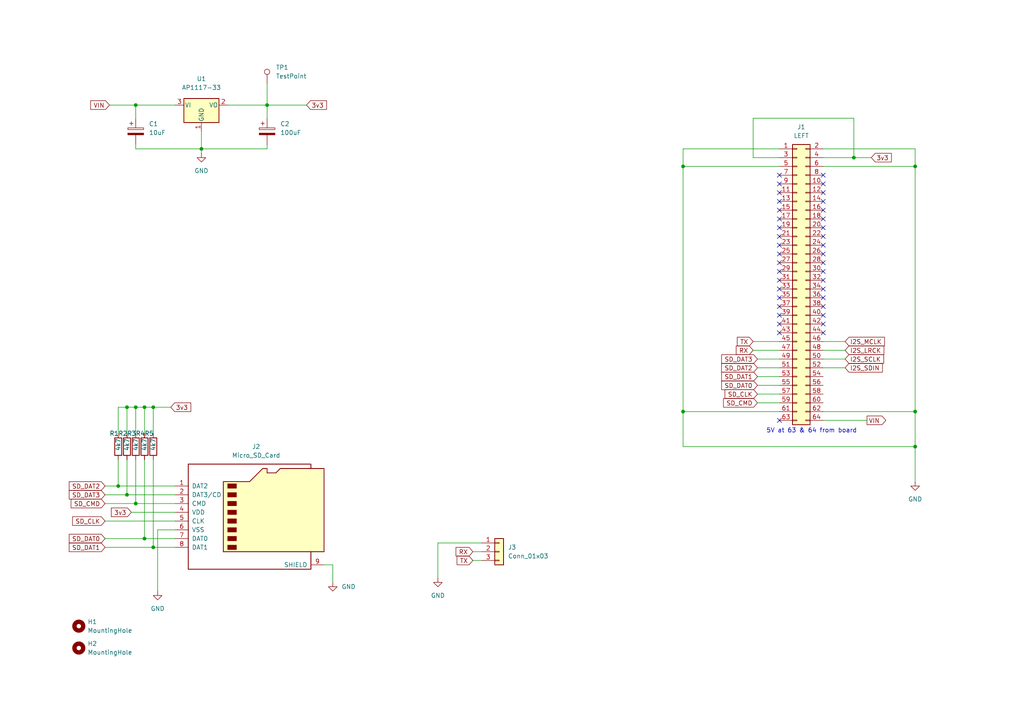
<source format=kicad_sch>
(kicad_sch (version 20211123) (generator eeschema)
  (paper "A4")
  (lib_symbols
    (symbol "2022-04-22_11-49-30:CS4344-CZZ" (pin_names (offset 0.254))
      (property "Reference" "U" (at 35.56 10.16 0))
      (property "Value" "CS4344-CZZ" (at 35.56 7.62 0))
      (symbol "CS4344-CZZ_1_1"
        (polyline (pts (xy 7.112 -7.62) (xy 6.0452 -8.128)) (stroke (width 0.2032)))
        (polyline (pts (xy 7.112 -7.62) (xy 6.0452 -7.112)) (stroke (width 0.2032)))
        (polyline (pts (xy 7.112 -5.08) (xy 6.0452 -5.588)) (stroke (width 0.2032)))
        (polyline (pts (xy 7.112 -5.08) (xy 6.0452 -4.572)) (stroke (width 0.2032)))
        (polyline (pts (xy 7.112 -2.54) (xy 6.0452 -3.048)) (stroke (width 0.2032)))
        (polyline (pts (xy 7.112 -2.54) (xy 6.0452 -2.032)) (stroke (width 0.2032)))
        (polyline (pts (xy 7.112 0) (xy 6.0452 -0.508)) (stroke (width 0.2032)))
        (polyline (pts (xy 7.112 0) (xy 6.0452 0.508)) (stroke (width 0.2032)))
        (polyline (pts (xy 7.62 -17.78) (xy 63.5 -17.78)) (stroke (width 0.2032)))
        (polyline (pts (xy 7.62 5.08) (xy 7.62 -17.78)) (stroke (width 0.2032)))
        (polyline (pts (xy 63.5 -17.78) (xy 63.5 5.08)) (stroke (width 0.2032)))
        (polyline (pts (xy 63.5 5.08) (xy 7.62 5.08)) (stroke (width 0.2032)))
        (polyline (pts (xy 64.008 -13.208) (xy 65.0748 -12.7)) (stroke (width 0.2032)))
        (polyline (pts (xy 64.008 -12.192) (xy 65.0748 -12.7)) (stroke (width 0.2032)))
        (polyline (pts (xy 64.008 -10.668) (xy 65.0748 -10.16)) (stroke (width 0.2032)))
        (polyline (pts (xy 64.008 -9.652) (xy 65.0748 -10.16)) (stroke (width 0.2032)))
        (polyline (pts (xy 64.008 -8.128) (xy 65.0748 -7.62)) (stroke (width 0.2032)))
        (polyline (pts (xy 64.008 -7.112) (xy 65.0748 -7.62)) (stroke (width 0.2032)))
        (polyline (pts (xy 64.008 -0.508) (xy 65.0748 0)) (stroke (width 0.2032)))
        (polyline (pts (xy 64.008 0.508) (xy 65.0748 0)) (stroke (width 0.2032)))
        (pin input line (at 0 0 0) (length 7.62) (name "SDIN") (number "1"))
        (pin output line (at 71.12 0 180) (length 7.62) (name "AOUTR") (number "10"))
        (pin input line (at 0 -2.54 0) (length 7.62) (name "*DEM/SCLK") (number "2"))
        (pin input line (at 0 -5.08 0) (length 7.62) (name "LRCK") (number "3"))
        (pin input line (at 0 -7.62 0) (length 7.62) (name "MCLK") (number "4"))
        (pin output line (at 71.12 -12.7 180) (length 7.62) (name "VQ") (number "5"))
        (pin output line (at 71.12 -10.16 180) (length 7.62) (name "FILT+") (number "6"))
        (pin output line (at 71.12 -7.62 180) (length 7.62) (name "AOUTL") (number "7"))
        (pin power_in line (at 71.12 -5.08 180) (length 7.62) (name "GND") (number "8"))
        (pin power_in line (at 71.12 -2.54 180) (length 7.62) (name "VA") (number "9"))
      )
    )
    (symbol "Connector:Micro_SD_Card" (pin_names (offset 1.016))
      (property "Reference" "J" (at -16.51 15.24 0))
      (property "Value" "Micro_SD_Card" (at 16.51 15.24 0))
      (symbol "Micro_SD_Card_0_1"
        (rectangle (start -7.62 -9.525) (end -5.08 -10.795) (fill (type outline)))
        (rectangle (start -7.62 -6.985) (end -5.08 -8.255) (fill (type outline)))
        (rectangle (start -7.62 -4.445) (end -5.08 -5.715) (fill (type outline)))
        (rectangle (start -7.62 -1.905) (end -5.08 -3.175) (fill (type outline)))
        (rectangle (start -7.62 0.635) (end -5.08 -0.635) (fill (type outline)))
        (rectangle (start -7.62 3.175) (end -5.08 1.905) (fill (type outline)))
        (rectangle (start -7.62 5.715) (end -5.08 4.445) (fill (type outline)))
        (rectangle (start -7.62 8.255) (end -5.08 6.985) (fill (type outline)))
        (polyline (pts (xy 16.51 12.7) (xy 16.51 13.97) (xy -19.05 13.97) (xy -19.05 -16.51) (xy 16.51 -16.51) (xy 16.51 -11.43)) (stroke (width 0.254)))
        (polyline (pts (xy -8.89 -11.43) (xy -8.89 8.89) (xy -1.27 8.89) (xy 2.54 12.7) (xy 3.81 12.7) (xy 3.81 11.43) (xy 6.35 11.43) (xy 7.62 12.7) (xy 20.32 12.7) (xy 20.32 -11.43) (xy -8.89 -11.43)) (stroke (width 0.254)) (fill (type background)))
      )
      (symbol "Micro_SD_Card_1_1"
        (pin bidirectional line (at -22.86 7.62 0) (length 3.81) (name "DAT2") (number "1"))
        (pin bidirectional line (at -22.86 5.08 0) (length 3.81) (name "DAT3/CD") (number "2"))
        (pin input line (at -22.86 2.54 0) (length 3.81) (name "CMD") (number "3"))
        (pin power_in line (at -22.86 0 0) (length 3.81) (name "VDD") (number "4"))
        (pin input line (at -22.86 -2.54 0) (length 3.81) (name "CLK") (number "5"))
        (pin power_in line (at -22.86 -5.08 0) (length 3.81) (name "VSS") (number "6"))
        (pin bidirectional line (at -22.86 -7.62 0) (length 3.81) (name "DAT0") (number "7"))
        (pin bidirectional line (at -22.86 -10.16 0) (length 3.81) (name "DAT1") (number "8"))
        (pin passive line (at 20.32 -15.24 180) (length 3.81) (name "SHIELD") (number "9"))
      )
    )
    (symbol "Connector:TestPoint" (pin_numbers hide) (pin_names (offset 0.762) hide)
      (property "Reference" "TP" (at 0 6.858 0))
      (property "Value" "TestPoint" (at 0 5.08 0))
      (symbol "TestPoint_0_1"
        (circle (center 0 3.302) (radius 0.762))
      )
      (symbol "TestPoint_1_1"
        (pin passive line (at 0 0 90) (length 2.54) (name "1") (number "1"))
      )
    )
    (symbol "Connector_Generic:Conn_01x03" (pin_names (offset 1.016) hide)
      (property "Reference" "J" (at 0 5.08 0))
      (property "Value" "Conn_01x03" (at 0 -5.08 0))
      (symbol "Conn_01x03_1_1"
        (rectangle (start -1.27 -2.413) (end 0 -2.667) (stroke (width 0.1524)))
        (rectangle (start -1.27 0.127) (end 0 -0.127) (stroke (width 0.1524)))
        (rectangle (start -1.27 2.667) (end 0 2.413) (stroke (width 0.1524)))
        (rectangle (start -1.27 3.81) (end 1.27 -3.81) (stroke (width 0.254)) (fill (type background)))
        (pin passive line (at -5.08 2.54 0) (length 3.81) (name "Pin_1") (number "1"))
        (pin passive line (at -5.08 0 0) (length 3.81) (name "Pin_2") (number "2"))
        (pin passive line (at -5.08 -2.54 0) (length 3.81) (name "Pin_3") (number "3"))
      )
    )
    (symbol "Connector_Generic:Conn_02x32_Odd_Even" (pin_names (offset 1.016) hide)
      (property "Reference" "J" (at 1.27 40.64 0))
      (property "Value" "Conn_02x32_Odd_Even" (at 1.27 -43.18 0))
      (symbol "Conn_02x32_Odd_Even_1_1"
        (rectangle (start -1.27 -40.513) (end 0 -40.767) (stroke (width 0.1524)))
        (rectangle (start -1.27 -37.973) (end 0 -38.227) (stroke (width 0.1524)))
        (rectangle (start -1.27 -35.433) (end 0 -35.687) (stroke (width 0.1524)))
        (rectangle (start -1.27 -32.893) (end 0 -33.147) (stroke (width 0.1524)))
        (rectangle (start -1.27 -30.353) (end 0 -30.607) (stroke (width 0.1524)))
        (rectangle (start -1.27 -27.813) (end 0 -28.067) (stroke (width 0.1524)))
        (rectangle (start -1.27 -25.273) (end 0 -25.527) (stroke (width 0.1524)))
        (rectangle (start -1.27 -22.733) (end 0 -22.987) (stroke (width 0.1524)))
        (rectangle (start -1.27 -20.193) (end 0 -20.447) (stroke (width 0.1524)))
        (rectangle (start -1.27 -17.653) (end 0 -17.907) (stroke (width 0.1524)))
        (rectangle (start -1.27 -15.113) (end 0 -15.367) (stroke (width 0.1524)))
        (rectangle (start -1.27 -12.573) (end 0 -12.827) (stroke (width 0.1524)))
        (rectangle (start -1.27 -10.033) (end 0 -10.287) (stroke (width 0.1524)))
        (rectangle (start -1.27 -7.493) (end 0 -7.747) (stroke (width 0.1524)))
        (rectangle (start -1.27 -4.953) (end 0 -5.207) (stroke (width 0.1524)))
        (rectangle (start -1.27 -2.413) (end 0 -2.667) (stroke (width 0.1524)))
        (rectangle (start -1.27 0.127) (end 0 -0.127) (stroke (width 0.1524)))
        (rectangle (start -1.27 2.667) (end 0 2.413) (stroke (width 0.1524)))
        (rectangle (start -1.27 5.207) (end 0 4.953) (stroke (width 0.1524)))
        (rectangle (start -1.27 7.747) (end 0 7.493) (stroke (width 0.1524)))
        (rectangle (start -1.27 10.287) (end 0 10.033) (stroke (width 0.1524)))
        (rectangle (start -1.27 12.827) (end 0 12.573) (stroke (width 0.1524)))
        (rectangle (start -1.27 15.367) (end 0 15.113) (stroke (width 0.1524)))
        (rectangle (start -1.27 17.907) (end 0 17.653) (stroke (width 0.1524)))
        (rectangle (start -1.27 20.447) (end 0 20.193) (stroke (width 0.1524)))
        (rectangle (start -1.27 22.987) (end 0 22.733) (stroke (width 0.1524)))
        (rectangle (start -1.27 25.527) (end 0 25.273) (stroke (width 0.1524)))
        (rectangle (start -1.27 28.067) (end 0 27.813) (stroke (width 0.1524)))
        (rectangle (start -1.27 30.607) (end 0 30.353) (stroke (width 0.1524)))
        (rectangle (start -1.27 33.147) (end 0 32.893) (stroke (width 0.1524)))
        (rectangle (start -1.27 35.687) (end 0 35.433) (stroke (width 0.1524)))
        (rectangle (start -1.27 38.227) (end 0 37.973) (stroke (width 0.1524)))
        (rectangle (start -1.27 39.37) (end 3.81 -41.91) (stroke (width 0.254)) (fill (type background)))
        (rectangle (start 3.81 -40.513) (end 2.54 -40.767) (stroke (width 0.1524)))
        (rectangle (start 3.81 -37.973) (end 2.54 -38.227) (stroke (width 0.1524)))
        (rectangle (start 3.81 -35.433) (end 2.54 -35.687) (stroke (width 0.1524)))
        (rectangle (start 3.81 -32.893) (end 2.54 -33.147) (stroke (width 0.1524)))
        (rectangle (start 3.81 -30.353) (end 2.54 -30.607) (stroke (width 0.1524)))
        (rectangle (start 3.81 -27.813) (end 2.54 -28.067) (stroke (width 0.1524)))
        (rectangle (start 3.81 -25.273) (end 2.54 -25.527) (stroke (width 0.1524)))
        (rectangle (start 3.81 -22.733) (end 2.54 -22.987) (stroke (width 0.1524)))
        (rectangle (start 3.81 -20.193) (end 2.54 -20.447) (stroke (width 0.1524)))
        (rectangle (start 3.81 -17.653) (end 2.54 -17.907) (stroke (width 0.1524)))
        (rectangle (start 3.81 -15.113) (end 2.54 -15.367) (stroke (width 0.1524)))
        (rectangle (start 3.81 -12.573) (end 2.54 -12.827) (stroke (width 0.1524)))
        (rectangle (start 3.81 -10.033) (end 2.54 -10.287) (stroke (width 0.1524)))
        (rectangle (start 3.81 -7.493) (end 2.54 -7.747) (stroke (width 0.1524)))
        (rectangle (start 3.81 -4.953) (end 2.54 -5.207) (stroke (width 0.1524)))
        (rectangle (start 3.81 -2.413) (end 2.54 -2.667) (stroke (width 0.1524)))
        (rectangle (start 3.81 0.127) (end 2.54 -0.127) (stroke (width 0.1524)))
        (rectangle (start 3.81 2.667) (end 2.54 2.413) (stroke (width 0.1524)))
        (rectangle (start 3.81 5.207) (end 2.54 4.953) (stroke (width 0.1524)))
        (rectangle (start 3.81 7.747) (end 2.54 7.493) (stroke (width 0.1524)))
        (rectangle (start 3.81 10.287) (end 2.54 10.033) (stroke (width 0.1524)))
        (rectangle (start 3.81 12.827) (end 2.54 12.573) (stroke (width 0.1524)))
        (rectangle (start 3.81 15.367) (end 2.54 15.113) (stroke (width 0.1524)))
        (rectangle (start 3.81 17.907) (end 2.54 17.653) (stroke (width 0.1524)))
        (rectangle (start 3.81 20.447) (end 2.54 20.193) (stroke (width 0.1524)))
        (rectangle (start 3.81 22.987) (end 2.54 22.733) (stroke (width 0.1524)))
        (rectangle (start 3.81 25.527) (end 2.54 25.273) (stroke (width 0.1524)))
        (rectangle (start 3.81 28.067) (end 2.54 27.813) (stroke (width 0.1524)))
        (rectangle (start 3.81 30.607) (end 2.54 30.353) (stroke (width 0.1524)))
        (rectangle (start 3.81 33.147) (end 2.54 32.893) (stroke (width 0.1524)))
        (rectangle (start 3.81 35.687) (end 2.54 35.433) (stroke (width 0.1524)))
        (rectangle (start 3.81 38.227) (end 2.54 37.973) (stroke (width 0.1524)))
        (pin passive line (at -5.08 38.1 0) (length 3.81) (name "Pin_1") (number "1"))
        (pin passive line (at 7.62 27.94 180) (length 3.81) (name "Pin_10") (number "10"))
        (pin passive line (at -5.08 25.4 0) (length 3.81) (name "Pin_11") (number "11"))
        (pin passive line (at 7.62 25.4 180) (length 3.81) (name "Pin_12") (number "12"))
        (pin passive line (at -5.08 22.86 0) (length 3.81) (name "Pin_13") (number "13"))
        (pin passive line (at 7.62 22.86 180) (length 3.81) (name "Pin_14") (number "14"))
        (pin passive line (at -5.08 20.32 0) (length 3.81) (name "Pin_15") (number "15"))
        (pin passive line (at 7.62 20.32 180) (length 3.81) (name "Pin_16") (number "16"))
        (pin passive line (at -5.08 17.78 0) (length 3.81) (name "Pin_17") (number "17"))
        (pin passive line (at 7.62 17.78 180) (length 3.81) (name "Pin_18") (number "18"))
        (pin passive line (at -5.08 15.24 0) (length 3.81) (name "Pin_19") (number "19"))
        (pin passive line (at 7.62 38.1 180) (length 3.81) (name "Pin_2") (number "2"))
        (pin passive line (at 7.62 15.24 180) (length 3.81) (name "Pin_20") (number "20"))
        (pin passive line (at -5.08 12.7 0) (length 3.81) (name "Pin_21") (number "21"))
        (pin passive line (at 7.62 12.7 180) (length 3.81) (name "Pin_22") (number "22"))
        (pin passive line (at -5.08 10.16 0) (length 3.81) (name "Pin_23") (number "23"))
        (pin passive line (at 7.62 10.16 180) (length 3.81) (name "Pin_24") (number "24"))
        (pin passive line (at -5.08 7.62 0) (length 3.81) (name "Pin_25") (number "25"))
        (pin passive line (at 7.62 7.62 180) (length 3.81) (name "Pin_26") (number "26"))
        (pin passive line (at -5.08 5.08 0) (length 3.81) (name "Pin_27") (number "27"))
        (pin passive line (at 7.62 5.08 180) (length 3.81) (name "Pin_28") (number "28"))
        (pin passive line (at -5.08 2.54 0) (length 3.81) (name "Pin_29") (number "29"))
        (pin passive line (at -5.08 35.56 0) (length 3.81) (name "Pin_3") (number "3"))
        (pin passive line (at 7.62 2.54 180) (length 3.81) (name "Pin_30") (number "30"))
        (pin passive line (at -5.08 0 0) (length 3.81) (name "Pin_31") (number "31"))
        (pin passive line (at 7.62 0 180) (length 3.81) (name "Pin_32") (number "32"))
        (pin passive line (at -5.08 -2.54 0) (length 3.81) (name "Pin_33") (number "33"))
        (pin passive line (at 7.62 -2.54 180) (length 3.81) (name "Pin_34") (number "34"))
        (pin passive line (at -5.08 -5.08 0) (length 3.81) (name "Pin_35") (number "35"))
        (pin passive line (at 7.62 -5.08 180) (length 3.81) (name "Pin_36") (number "36"))
        (pin passive line (at -5.08 -7.62 0) (length 3.81) (name "Pin_37") (number "37"))
        (pin passive line (at 7.62 -7.62 180) (length 3.81) (name "Pin_38") (number "38"))
        (pin passive line (at -5.08 -10.16 0) (length 3.81) (name "Pin_39") (number "39"))
        (pin passive line (at 7.62 35.56 180) (length 3.81) (name "Pin_4") (number "4"))
        (pin passive line (at 7.62 -10.16 180) (length 3.81) (name "Pin_40") (number "40"))
        (pin passive line (at -5.08 -12.7 0) (length 3.81) (name "Pin_41") (number "41"))
        (pin passive line (at 7.62 -12.7 180) (length 3.81) (name "Pin_42") (number "42"))
        (pin passive line (at -5.08 -15.24 0) (length 3.81) (name "Pin_43") (number "43"))
        (pin passive line (at 7.62 -15.24 180) (length 3.81) (name "Pin_44") (number "44"))
        (pin passive line (at -5.08 -17.78 0) (length 3.81) (name "Pin_45") (number "45"))
        (pin passive line (at 7.62 -17.78 180) (length 3.81) (name "Pin_46") (number "46"))
        (pin passive line (at -5.08 -20.32 0) (length 3.81) (name "Pin_47") (number "47"))
        (pin passive line (at 7.62 -20.32 180) (length 3.81) (name "Pin_48") (number "48"))
        (pin passive line (at -5.08 -22.86 0) (length 3.81) (name "Pin_49") (number "49"))
        (pin passive line (at -5.08 33.02 0) (length 3.81) (name "Pin_5") (number "5"))
        (pin passive line (at 7.62 -22.86 180) (length 3.81) (name "Pin_50") (number "50"))
        (pin passive line (at -5.08 -25.4 0) (length 3.81) (name "Pin_51") (number "51"))
        (pin passive line (at 7.62 -25.4 180) (length 3.81) (name "Pin_52") (number "52"))
        (pin passive line (at -5.08 -27.94 0) (length 3.81) (name "Pin_53") (number "53"))
        (pin passive line (at 7.62 -27.94 180) (length 3.81) (name "Pin_54") (number "54"))
        (pin passive line (at -5.08 -30.48 0) (length 3.81) (name "Pin_55") (number "55"))
        (pin passive line (at 7.62 -30.48 180) (length 3.81) (name "Pin_56") (number "56"))
        (pin passive line (at -5.08 -33.02 0) (length 3.81) (name "Pin_57") (number "57"))
        (pin passive line (at 7.62 -33.02 180) (length 3.81) (name "Pin_58") (number "58"))
        (pin passive line (at -5.08 -35.56 0) (length 3.81) (name "Pin_59") (number "59"))
        (pin passive line (at 7.62 33.02 180) (length 3.81) (name "Pin_6") (number "6"))
        (pin passive line (at 7.62 -35.56 180) (length 3.81) (name "Pin_60") (number "60"))
        (pin passive line (at -5.08 -38.1 0) (length 3.81) (name "Pin_61") (number "61"))
        (pin passive line (at 7.62 -38.1 180) (length 3.81) (name "Pin_62") (number "62"))
        (pin passive line (at -5.08 -40.64 0) (length 3.81) (name "Pin_63") (number "63"))
        (pin passive line (at 7.62 -40.64 180) (length 3.81) (name "Pin_64") (number "64"))
        (pin passive line (at -5.08 30.48 0) (length 3.81) (name "Pin_7") (number "7"))
        (pin passive line (at 7.62 30.48 180) (length 3.81) (name "Pin_8") (number "8"))
        (pin passive line (at -5.08 27.94 0) (length 3.81) (name "Pin_9") (number "9"))
      )
    )
    (symbol "Device:C_Polarized" (pin_numbers hide) (pin_names (offset 0.254))
      (property "Reference" "C" (at 0.635 2.54 0))
      (property "Value" "C_Polarized" (at 0.635 -2.54 0))
      (symbol "C_Polarized_0_1"
        (rectangle (start -2.286 0.508) (end 2.286 1.016))
        (polyline (pts (xy -1.778 2.286) (xy -0.762 2.286)))
        (polyline (pts (xy -1.27 2.794) (xy -1.27 1.778)))
        (rectangle (start 2.286 -0.508) (end -2.286 -1.016) (fill (type outline)))
      )
      (symbol "C_Polarized_1_1"
        (pin passive line (at 0 3.81 270) (length 2.794) (name "~") (number "1"))
        (pin passive line (at 0 -3.81 90) (length 2.794) (name "~") (number "2"))
      )
    )
    (symbol "Device:R" (pin_numbers hide) (pin_names (offset 0))
      (property "Reference" "R" (at 2.032 0 90))
      (property "Value" "R" (at 0 0 90))
      (symbol "R_0_1"
        (rectangle (start -1.016 -2.54) (end 1.016 2.54) (stroke (width 0.254)))
      )
      (symbol "R_1_1"
        (pin passive line (at 0 3.81 270) (length 1.27) (name "~") (number "1"))
        (pin passive line (at 0 -3.81 90) (length 1.27) (name "~") (number "2"))
      )
    )
    (symbol "Mechanical:MountingHole" (pin_names (offset 1.016))
      (property "Reference" "H" (at 0 5.08 0))
      (property "Value" "MountingHole" (at 0 3.175 0))
      (symbol "MountingHole_0_1"
        (circle (center 0 0) (radius 1.27) (stroke (width 1.27)))
      )
    )
    (symbol "Regulator_Linear:AP1117-33" (pin_names (offset 0.254))
      (property "Reference" "U" (at -3.81 3.175 0))
      (property "Value" "AP1117-33" (at 0 3.175 0))
      (symbol "AP1117-33_0_1"
        (rectangle (start -5.08 -5.08) (end 5.08 1.905) (stroke (width 0.254)) (fill (type background)))
      )
      (symbol "AP1117-33_1_1"
        (pin power_in line (at 0 -7.62 90) (length 2.54) (name "GND") (number "1"))
        (pin power_out line (at 7.62 0 180) (length 2.54) (name "VO") (number "2"))
        (pin power_in line (at -7.62 0 0) (length 2.54) (name "VI") (number "3"))
      )
    )
    (symbol "power:GND" (power) (pin_names (offset 0))
      (property "Value" "GND" (at 0 -3.81 0))
      (symbol "GND_0_1"
        (polyline (pts (xy 0 0) (xy 0 -1.27) (xy 1.27 -1.27) (xy 0 -2.54) (xy -1.27 -1.27) (xy 0 -1.27)))
      )
      (symbol "GND_1_1"
        (pin power_in line (at 0 0 270) (length 0) hide (name "GND") (number "1"))
      )
    )
    (symbol "pspice:C" (pin_names (offset 0.254))
      (property "Reference" "C" (at 2.54 3.81 90))
      (property "Value" "C" (at 2.54 -3.81 90))
      (symbol "C_0_1"
        (polyline (pts (xy -3.81 -1.27) (xy 3.81 -1.27)))
        (polyline (pts (xy -3.81 1.27) (xy 3.81 1.27)))
      )
      (symbol "C_1_1"
        (pin passive line (at 0 6.35 270) (length 5.08) (name "~") (number "1"))
        (pin passive line (at 0 -6.35 90) (length 5.08) (name "~") (number "2"))
      )
    )
  )
  (junction (at 39.37 30.48))
  (junction (at 77.47 30.48))
  (junction (at 36.83 118.11))
  (junction (at 39.37 118.11))
  (junction (at 198.12 119.38))
  (junction (at 41.91 118.11))
  (junction (at 36.83 143.51))
  (junction (at 198.12 48.26))
  (junction (at 247.65 45.72))
  (junction (at 265.43 129.54))
  (junction (at 44.45 158.75))
  (junction (at 265.43 48.26))
  (junction (at -114.3 151.13))
  (junction (at -114.3 128.27))
  (junction (at 34.29 140.97))
  (junction (at -114.3 194.31))
  (junction (at 58.42 43.18))
  (junction (at 41.91 156.21))
  (junction (at -64.77 40.64))
  (junction (at 44.45 118.11))
  (junction (at -87.63 128.27))
  (junction (at 265.43 119.38))
  (junction (at 39.37 146.05))
  (junction (at -64.77 59.69))
  (junction (at -114.3 171.45))
  (junction (at -87.63 171.45))
  (no_connect (at 226.06 121.92))
  (no_connect (at 238.76 53.34))
  (no_connect (at 226.06 66.04))
  (no_connect (at 226.06 60.96))
  (no_connect (at 226.06 68.58))
  (no_connect (at 226.06 55.88))
  (no_connect (at 226.06 63.5))
  (no_connect (at 226.06 58.42))
  (no_connect (at 238.76 55.88))
  (no_connect (at 226.06 50.8))
  (no_connect (at 238.76 60.96))
  (no_connect (at 226.06 53.34))
  (no_connect (at 238.76 50.8))
  (no_connect (at 238.76 58.42))
  (no_connect (at 238.76 73.66))
  (no_connect (at 238.76 63.5))
  (no_connect (at 238.76 68.58))
  (no_connect (at 238.76 66.04))
  (no_connect (at 238.76 71.12))
  (no_connect (at 238.76 81.28))
  (no_connect (at 238.76 93.98))
  (no_connect (at 238.76 83.82))
  (no_connect (at 238.76 88.9))
  (no_connect (at 238.76 91.44))
  (no_connect (at 238.76 86.36))
  (no_connect (at 226.06 91.44))
  (no_connect (at 226.06 78.74))
  (no_connect (at 238.76 78.74))
  (no_connect (at 226.06 81.28))
  (no_connect (at 226.06 83.82))
  (no_connect (at 226.06 96.52))
  (no_connect (at 226.06 86.36))
  (no_connect (at 238.76 96.52))
  (no_connect (at 226.06 88.9))
  (no_connect (at 226.06 93.98))
  (no_connect (at 238.76 76.2))
  (no_connect (at 226.06 76.2))
  (no_connect (at 226.06 71.12))
  (no_connect (at 226.06 73.66))
  (wire (pts (xy 198.12 119.38) (xy 198.12 129.54)))
  (wire (pts (xy 226.06 45.72) (xy 218.44 45.72)))
  (wire (pts (xy 58.42 38.1) (xy 58.42 43.18)))
  (wire (pts (xy 238.76 119.38) (xy 265.43 119.38)))
  (wire (pts (xy 137.16 160.02) (xy 139.7 160.02)))
  (wire (pts (xy -67.31 21.59) (xy -59.69 21.59)))
  (wire (pts (xy -48.26 44.45) (xy -48.26 40.64)))
  (wire (pts (xy 198.12 43.18) (xy 198.12 48.26)))
  (wire (pts (xy -114.3 151.13) (xy -114.3 142.24)))
  (wire (pts (xy -64.77 40.64) (xy -48.26 40.64)))
  (wire (pts (xy -114.3 194.31) (xy -114.3 199.39)))
  (wire (pts (xy 218.44 101.6) (xy 226.06 101.6)))
  (wire (pts (xy 127 157.48) (xy 139.7 157.48)))
  (wire (pts (xy -87.63 171.45) (xy -63.5 171.45)))
  (wire (pts (xy 198.12 129.54) (xy 265.43 129.54)))
  (wire (pts (xy 238.76 99.06) (xy 245.11 99.06)))
  (wire (pts (xy 198.12 43.18) (xy 226.06 43.18)))
  (wire (pts (xy -68.58 152.4) (xy -68.58 157.48)))
  (wire (pts (xy 41.91 118.11) (xy 41.91 125.73)))
  (wire (pts (xy 198.12 48.26) (xy 198.12 119.38)))
  (wire (pts (xy 198.12 119.38) (xy 226.06 119.38)))
  (wire (pts (xy -48.26 59.69) (xy -64.77 59.69)))
  (wire (pts (xy 218.44 34.29) (xy 247.65 34.29)))
  (wire (pts (xy 58.42 43.18) (xy 58.42 44.45)))
  (wire (pts (xy 44.45 133.35) (xy 44.45 158.75)))
  (wire (pts (xy 41.91 156.21) (xy 50.8 156.21)))
  (wire (pts (xy -48.26 57.15) (xy -48.26 59.69)))
  (wire (pts (xy -87.63 146.05) (xy -87.63 151.13)))
  (wire (pts (xy -114.3 171.45) (xy -106.68 171.45)))
  (wire (pts (xy 34.29 118.11) (xy 34.29 125.73)))
  (wire (pts (xy 34.29 140.97) (xy 50.8 140.97)))
  (wire (pts (xy 265.43 129.54) (xy 265.43 139.7)))
  (wire (pts (xy 30.48 156.21) (xy 41.91 156.21)))
  (wire (pts (xy -67.31 29.21) (xy -36.83 29.21)))
  (wire (pts (xy -114.3 171.45) (xy -114.3 177.8)))
  (wire (pts (xy 96.52 163.83) (xy 96.52 168.91)))
  (wire (pts (xy 137.16 162.56) (xy 139.7 162.56)))
  (wire (pts (xy -87.63 176.53) (xy -87.63 171.45)))
  (wire (pts (xy -64.77 31.75) (xy -64.77 40.64)))
  (wire (pts (xy -87.63 128.27) (xy -63.5 128.27)))
  (wire (pts (xy 41.91 133.35) (xy 41.91 156.21)))
  (wire (pts (xy -67.31 31.75) (xy -64.77 31.75)))
  (wire (pts (xy 34.29 133.35) (xy 34.29 140.97)))
  (wire (pts (xy 218.44 99.06) (xy 226.06 99.06)))
  (wire (pts (xy -87.63 171.45) (xy -99.06 171.45)))
  (wire (pts (xy -143.51 171.45) (xy -132.08 171.45)))
  (wire (pts (xy 45.72 171.45) (xy 45.72 153.67)))
  (wire (pts (xy -119.38 128.27) (xy -114.3 128.27)))
  (wire (pts (xy 38.1 148.59) (xy 50.8 148.59)))
  (wire (pts (xy 39.37 146.05) (xy 50.8 146.05)))
  (wire (pts (xy 127 157.48) (xy 127 167.64)))
  (wire (pts (xy 39.37 43.18) (xy 58.42 43.18)))
  (wire (pts (xy -64.77 59.69) (xy -64.77 63.5)))
  (wire (pts (xy -49.53 152.4) (xy -68.58 152.4)))
  (wire (pts (xy 44.45 118.11) (xy 44.45 125.73)))
  (wire (pts (xy 45.72 153.67) (xy 50.8 153.67)))
  (wire (pts (xy 44.45 158.75) (xy 50.8 158.75)))
  (wire (pts (xy -49.53 149.86) (xy -63.5 149.86)))
  (wire (pts (xy 30.48 146.05) (xy 39.37 146.05)))
  (wire (pts (xy 30.48 151.13) (xy 50.8 151.13)))
  (wire (pts (xy 238.76 104.14) (xy 245.11 104.14)))
  (wire (pts (xy 219.71 106.68) (xy 226.06 106.68)))
  (wire (pts (xy 39.37 118.11) (xy 39.37 125.73)))
  (wire (pts (xy 31.75 30.48) (xy 39.37 30.48)))
  (wire (pts (xy 238.76 45.72) (xy 247.65 45.72)))
  (wire (pts (xy -36.83 29.21) (xy -36.83 35.56)))
  (wire (pts (xy 238.76 48.26) (xy 265.43 48.26)))
  (wire (pts (xy -147.32 24.13) (xy -138.43 24.13)))
  (wire (pts (xy 39.37 133.35) (xy 39.37 146.05)))
  (wire (pts (xy -67.31 26.67) (xy -59.69 26.67)))
  (wire (pts (xy -147.32 19.05) (xy -138.43 19.05)))
  (wire (pts (xy -63.5 154.94) (xy -63.5 171.45)))
  (wire (pts (xy -114.3 151.13) (xy -114.3 156.21)))
  (wire (pts (xy 238.76 106.68) (xy 245.11 106.68)))
  (wire (pts (xy 238.76 101.6) (xy 245.11 101.6)))
  (wire (pts (xy 247.65 45.72) (xy 252.73 45.72)))
  (wire (pts (xy 265.43 129.54) (xy 265.43 119.38)))
  (wire (pts (xy -87.63 151.13) (xy -114.3 151.13)))
  (wire (pts (xy 36.83 143.51) (xy 50.8 143.51)))
  (wire (pts (xy 77.47 43.18) (xy 58.42 43.18)))
  (wire (pts (xy -114.3 194.31) (xy -114.3 185.42)))
  (wire (pts (xy -87.63 189.23) (xy -87.63 194.31)))
  (wire (pts (xy 39.37 30.48) (xy 39.37 34.29)))
  (wire (pts (xy -87.63 194.31) (xy -114.3 194.31)))
  (wire (pts (xy -64.77 40.64) (xy -64.77 44.45)))
  (wire (pts (xy 39.37 30.48) (xy 50.8 30.48)))
  (wire (pts (xy 36.83 118.11) (xy 36.83 125.73)))
  (wire (pts (xy 77.47 30.48) (xy 88.9 30.48)))
  (wire (pts (xy 238.76 121.92) (xy 251.46 121.92)))
  (wire (pts (xy 219.71 111.76) (xy 226.06 111.76)))
  (wire (pts (xy -114.3 128.27) (xy -106.68 128.27)))
  (wire (pts (xy 39.37 41.91) (xy 39.37 43.18)))
  (wire (pts (xy 247.65 34.29) (xy 247.65 45.72)))
  (wire (pts (xy 219.71 109.22) (xy 226.06 109.22)))
  (wire (pts (xy 36.83 118.11) (xy 34.29 118.11)))
  (wire (pts (xy -147.32 26.67) (xy -138.43 26.67)))
  (wire (pts (xy 218.44 45.72) (xy 218.44 34.29)))
  (wire (pts (xy -63.5 149.86) (xy -63.5 128.27)))
  (wire (pts (xy 36.83 133.35) (xy 36.83 143.51)))
  (wire (pts (xy -87.63 133.35) (xy -87.63 128.27)))
  (wire (pts (xy -67.31 24.13) (xy -27.94 24.13)))
  (wire (pts (xy 77.47 30.48) (xy 77.47 34.29)))
  (wire (pts (xy 93.98 163.83) (xy 96.52 163.83)))
  (wire (pts (xy -67.31 19.05) (xy -59.69 19.05)))
  (wire (pts (xy 265.43 43.18) (xy 265.43 48.26)))
  (wire (pts (xy 30.48 143.51) (xy 36.83 143.51)))
  (wire (pts (xy 30.48 140.97) (xy 34.29 140.97)))
  (wire (pts (xy -64.77 57.15) (xy -64.77 59.69)))
  (wire (pts (xy 219.71 114.3) (xy 226.06 114.3)))
  (wire (pts (xy 265.43 48.26) (xy 265.43 119.38)))
  (wire (pts (xy -49.53 154.94) (xy -63.5 154.94)))
  (wire (pts (xy -114.3 128.27) (xy -114.3 134.62)))
  (wire (pts (xy 238.76 43.18) (xy 265.43 43.18)))
  (wire (pts (xy 30.48 158.75) (xy 44.45 158.75)))
  (wire (pts (xy -87.63 128.27) (xy -99.06 128.27)))
  (wire (pts (xy 39.37 118.11) (xy 36.83 118.11)))
  (wire (pts (xy -27.94 24.13) (xy -27.94 25.4)))
  (wire (pts (xy 41.91 118.11) (xy 39.37 118.11)))
  (wire (pts (xy 49.53 118.11) (xy 44.45 118.11)))
  (wire (pts (xy -147.32 21.59) (xy -138.43 21.59)))
  (wire (pts (xy -143.51 128.27) (xy -132.08 128.27)))
  (wire (pts (xy 44.45 118.11) (xy 41.91 118.11)))
  (wire (pts (xy 77.47 24.13) (xy 77.47 30.48)))
  (wire (pts (xy 77.47 41.91) (xy 77.47 43.18)))
  (wire (pts (xy 219.71 104.14) (xy 226.06 104.14)))
  (wire (pts (xy 198.12 48.26) (xy 226.06 48.26)))
  (wire (pts (xy -36.83 48.26) (xy -36.83 54.61)))
  (wire (pts (xy 219.71 116.84) (xy 226.06 116.84)))
  (wire (pts (xy 66.04 30.48) (xy 77.47 30.48)))
  (wire (pts (xy -119.38 171.45) (xy -114.3 171.45)))
  (text "5V at 63 & 64 from board" (at 222.25 125.73 0) (effects (font (size 1.27 1.27)) (justify left bottom)))
  (global_label "AOUTL" (shape input) (at -143.51 171.45 180) (property "Intersheet References" "${INTERSHEET_REFS}" (effects hide)))
  (global_label "SD_DAT0" (shape input) (at 30.48 156.21 180) (property "Intersheet References" "${INTERSHEET_REFS}" (effects hide)))
  (global_label "RX" (shape input) (at 218.44 101.6 180) (property "Intersheet References" "${INTERSHEET_REFS}" (effects hide)))
  (global_label "I2S_MCLK" (shape input) (at -147.32 26.67 180) (property "Intersheet References" "${INTERSHEET_REFS}" (effects hide)))
  (global_label "SD_CMD" (shape input) (at 30.48 146.05 180) (property "Intersheet References" "${INTERSHEET_REFS}" (effects hide)))
  (global_label "SD_DAT2" (shape input) (at 219.71 106.68 180) (property "Intersheet References" "${INTERSHEET_REFS}" (effects hide)))
  (global_label "SD_DAT2" (shape input) (at 30.48 140.97 180) (property "Intersheet References" "${INTERSHEET_REFS}" (effects hide)))
  (global_label "I2S_SCLK" (shape input) (at -147.32 21.59 180) (property "Intersheet References" "${INTERSHEET_REFS}" (effects hide)))
  (global_label "3v3" (shape input) (at 88.9 30.48 0) (property "Intersheet References" "${INTERSHEET_REFS}" (effects hide)))
  (global_label "3v3" (shape input) (at -59.69 21.59 0) (property "Intersheet References" "${INTERSHEET_REFS}" (effects hide)))
  (global_label "SD_DAT3" (shape input) (at 219.71 104.14 180) (property "Intersheet References" "${INTERSHEET_REFS}" (effects hide)))
  (global_label "SD_DAT1" (shape input) (at 219.71 109.22 180) (property "Intersheet References" "${INTERSHEET_REFS}" (effects hide)))
  (global_label "I2S_LRCK" (shape input) (at 245.11 101.6 0) (property "Intersheet References" "${INTERSHEET_REFS}" (effects hide)))
  (global_label "TX" (shape input) (at 137.16 162.56 180) (property "Intersheet References" "${INTERSHEET_REFS}" (effects hide)))
  (global_label "I2S_SCLK" (shape input) (at 245.11 104.14 0) (property "Intersheet References" "${INTERSHEET_REFS}" (effects hide)))
  (global_label "AOUTR" (shape input) (at -143.51 128.27 180) (property "Intersheet References" "${INTERSHEET_REFS}" (effects hide)))
  (global_label "I2S_LRCK" (shape input) (at -147.32 24.13 180) (property "Intersheet References" "${INTERSHEET_REFS}" (effects hide)))
  (global_label "I2S_SDIN" (shape input) (at -147.32 19.05 180) (property "Intersheet References" "${INTERSHEET_REFS}" (effects hide)))
  (global_label "SD_CLK" (shape input) (at 219.71 114.3 180) (property "Intersheet References" "${INTERSHEET_REFS}" (effects hide)))
  (global_label "AOUTL" (shape input) (at -59.69 26.67 0) (property "Intersheet References" "${INTERSHEET_REFS}" (effects hide)))
  (global_label "VIN" (shape output) (at 251.46 121.92 0) (property "Intersheet References" "${INTERSHEET_REFS}" (effects hide)))
  (global_label "3v3" (shape input) (at 252.73 45.72 0) (property "Intersheet References" "${INTERSHEET_REFS}" (effects hide)))
  (global_label "SD_CMD" (shape input) (at 219.71 116.84 180) (property "Intersheet References" "${INTERSHEET_REFS}" (effects hide)))
  (global_label "SD_DAT0" (shape input) (at 219.71 111.76 180) (property "Intersheet References" "${INTERSHEET_REFS}" (effects hide)))
  (global_label "3v3" (shape input) (at 49.53 118.11 0) (property "Intersheet References" "${INTERSHEET_REFS}" (effects hide)))
  (global_label "SD_CLK" (shape input) (at 30.48 151.13 180) (property "Intersheet References" "${INTERSHEET_REFS}" (effects hide)))
  (global_label "TX" (shape input) (at 218.44 99.06 180) (property "Intersheet References" "${INTERSHEET_REFS}" (effects hide)))
  (global_label "VIN" (shape input) (at 31.75 30.48 180) (property "Intersheet References" "${INTERSHEET_REFS}" (effects hide)))
  (global_label "SD_DAT1" (shape input) (at 30.48 158.75 180) (property "Intersheet References" "${INTERSHEET_REFS}" (effects hide)))
  (global_label "SD_DAT3" (shape input) (at 30.48 143.51 180) (property "Intersheet References" "${INTERSHEET_REFS}" (effects hide)))
  (global_label "I2S_SDIN" (shape input) (at 245.11 106.68 0) (property "Intersheet References" "${INTERSHEET_REFS}" (effects hide)))
  (global_label "AOUTR" (shape input) (at -59.69 19.05 0) (property "Intersheet References" "${INTERSHEET_REFS}" (effects hide)))
  (global_label "3v3" (shape input) (at 38.1 148.59 180) (property "Intersheet References" "${INTERSHEET_REFS}" (effects hide)))
  (global_label "RX" (shape input) (at 137.16 160.02 180) (property "Intersheet References" "${INTERSHEET_REFS}" (effects hide)))
  (global_label "I2S_MCLK" (shape input) (at 245.11 99.06 0) (property "Intersheet References" "${INTERSHEET_REFS}" (effects hide)))
  (symbol (lib_id "pspice:C") (at -36.83 41.91 0) (unit 1)
    (property "Reference" "C7" (at -30.48 40.6399 0) (effects (justify left)))
    (property "Value" "10uF" (at -30.48 43.1799 0) (effects (justify left)))
    (property "Footprint" "Capacitor_SMD:C_0805_2012Metric_Pad1.18x1.45mm_HandSolder" (effects hide))
  )
  (symbol (lib_id "Device:R") (at 36.83 129.54 0) (unit 1)
    (property "Reference" "R2" (at 34.29 125.73 0) (effects (justify left)))
    (property "Value" "4k7" (at 36.83 130.81 90) (effects (justify left)))
    (property "Footprint" "Resistor_SMD:R_0805_2012Metric_Pad1.20x1.40mm_HandSolder" (effects hide))
  )
  (symbol (lib_id "power:GND") (at 96.52 168.91 0) (mirror y) (unit 1)
    (property "Reference" "#PWR0106" (effects hide))
    (property "Value" "GND" (at 99.06 170.1799 0) (effects (justify right)))
  )
  (symbol (lib_id "Device:C_Polarized") (at 39.37 38.1 0) (unit 1)
    (property "Reference" "C1" (at 43.18 35.9409 0) (effects (justify left)))
    (property "Value" "10uF" (at 43.18 38.4809 0) (effects (justify left)))
    (property "Footprint" "Capacitor_SMD:CP_Elec_5x5.3" (effects hide))
  )
  (symbol (lib_id "Device:R") (at 41.91 129.54 0) (unit 1)
    (property "Reference" "R4" (at 39.37 125.73 0) (effects (justify left)))
    (property "Value" "4k7" (at 41.91 130.81 90) (effects (justify left)))
    (property "Footprint" "Resistor_SMD:R_0805_2012Metric_Pad1.20x1.40mm_HandSolder" (effects hide))
  )
  (symbol (lib_id "Connector_Generic:Conn_01x03") (at -44.45 152.4 0) (unit 1)
    (property "Reference" "J4" (at -41.91 151.1299 0) (effects (justify left)))
    (property "Value" "Conn_01x03" (at -41.91 153.6699 0) (effects (justify left)))
    (property "Footprint" "Connector_PinHeader_2.54mm:PinHeader_1x03_P2.54mm_Vertical" (effects hide))
  )
  (symbol (lib_id "power:GND") (at -114.3 199.39 0) (unit 1)
    (property "Reference" "#PWR0110" (effects hide))
    (property "Value" "GND" (at -114.3 204.47 0))
  )
  (symbol (lib_id "pspice:C") (at -87.63 139.7 180) (unit 1)
    (property "Reference" "C5" (at -81.28 138.4299 0) (effects (justify right)))
    (property "Value" "2.7nF" (at -81.28 140.9699 0) (effects (justify right)))
    (property "Footprint" "Capacitor_SMD:C_0805_2012Metric_Pad1.18x1.45mm_HandSolder" (effects hide))
  )
  (symbol (lib_id "power:GND") (at 127 167.64 0) (unit 1)
    (property "Reference" "#PWR0107" (effects hide))
    (property "Value" "GND" (at 127 172.72 0))
  )
  (symbol (lib_id "Device:R") (at -114.3 138.43 0) (unit 1)
    (property "Reference" "R6" (at -116.84 134.62 0) (effects (justify left)))
    (property "Value" "10k" (at -114.3 139.7 90) (effects (justify left)))
    (property "Footprint" "Resistor_SMD:R_0805_2012Metric_Pad1.20x1.40mm_HandSolder" (effects hide))
  )
  (symbol (lib_id "power:GND") (at -27.94 25.4 0) (unit 1)
    (property "Reference" "#PWR0108" (effects hide))
    (property "Value" "GND" (at -27.94 30.48 0))
  )
  (symbol (lib_id "pspice:C") (at -125.73 171.45 90) (unit 1)
    (property "Reference" "C4" (at -125.73 162.56 90))
    (property "Value" "3.3uF" (at -125.73 165.1 90))
    (property "Footprint" "Capacitor_SMD:C_0805_2012Metric_Pad1.18x1.45mm_HandSolder" (effects hide))
  )
  (symbol (lib_id "pspice:C") (at -64.77 50.8 0) (unit 1)
    (property "Reference" "C8" (at -59.69 49.5299 0) (effects (justify left)))
    (property "Value" "100nF" (at -59.69 52.0699 0) (effects (justify left)))
    (property "Footprint" "Capacitor_SMD:C_0805_2012Metric_Pad1.18x1.45mm_HandSolder" (effects hide))
  )
  (symbol (lib_id "Connector:TestPoint") (at 77.47 24.13 0) (unit 1)
    (property "Reference" "TP1" (at 80.01 19.5579 0) (effects (justify left)))
    (property "Value" "TestPoint" (at 80.01 22.0979 0) (effects (justify left)))
    (property "Footprint" "TestPoint:TestPoint_Pad_D2.5mm" (effects hide))
  )
  (symbol (lib_id "Connector_Generic:Conn_02x32_Odd_Even") (at 231.14 81.28 0) (unit 1)
    (property "Reference" "J1" (at 232.41 36.83 0))
    (property "Value" "LEFT" (at 232.41 39.37 0))
    (property "Footprint" "Connector_PinSocket_2.54mm:PinSocket_2x32_P2.54mm_Vertical" (effects hide))
  )
  (symbol (lib_id "Device:C_Polarized") (at 77.47 38.1 0) (unit 1)
    (property "Reference" "C2" (at 81.28 35.9409 0) (effects (justify left)))
    (property "Value" "100uF" (at 81.28 38.4809 0) (effects (justify left)))
    (property "Footprint" "Capacitor_SMD:CP_Elec_5x5.3" (effects hide))
  )
  (symbol (lib_id "pspice:C") (at -48.26 50.8 0) (unit 1)
    (property "Reference" "C9" (at -41.91 49.5299 0) (effects (justify left)))
    (property "Value" "10uF" (at -41.91 52.0699 0) (effects (justify left)))
    (property "Footprint" "Capacitor_SMD:C_0805_2012Metric_Pad1.18x1.45mm_HandSolder" (effects hide))
  )
  (symbol (lib_id "Connector_Generic:Conn_01x03") (at 144.78 160.02 0) (unit 1)
    (property "Reference" "J3" (at 147.32 158.7499 0) (effects (justify left)))
    (property "Value" "Conn_01x03" (at 147.32 161.2899 0) (effects (justify left)))
    (property "Footprint" "Connector_PinHeader_2.54mm:PinHeader_1x03_P2.54mm_Vertical" (effects hide))
  )
  (symbol (lib_id "power:GND") (at 265.43 139.7 0) (unit 1)
    (property "Reference" "#PWR0101" (effects hide))
    (property "Value" "GND" (at 265.43 144.78 0))
  )
  (symbol (lib_id "Device:R") (at 39.37 129.54 0) (unit 1)
    (property "Reference" "R3" (at 36.83 125.73 0) (effects (justify left)))
    (property "Value" "4k7" (at 39.37 130.81 90) (effects (justify left)))
    (property "Footprint" "Resistor_SMD:R_0805_2012Metric_Pad1.20x1.40mm_HandSolder" (effects hide))
  )
  (symbol (lib_id "Device:R") (at -102.87 171.45 90) (unit 1)
    (property "Reference" "R9" (at -106.68 173.99 0) (effects (justify left)))
    (property "Value" "470" (at -101.6 171.45 90) (effects (justify left)))
    (property "Footprint" "Resistor_SMD:R_0805_2012Metric_Pad1.20x1.40mm_HandSolder" (effects hide))
  )
  (symbol (lib_id "pspice:C") (at -125.73 128.27 90) (unit 1)
    (property "Reference" "C3" (at -125.73 119.38 90))
    (property "Value" "3.3uF" (at -125.73 121.92 90))
    (property "Footprint" "Capacitor_SMD:C_0805_2012Metric_Pad1.18x1.45mm_HandSolder" (effects hide))
  )
  (symbol (lib_id "2022-04-22_11-49-30:CS4344-CZZ") (at -138.43 19.05 0) (unit 1)
    (property "Reference" "U2" (at -102.87 7.62 0) (effects (font (size 1.524 1.524))))
    (property "Value" "CS4344-CZZ" (at -102.87 11.43 0) (effects (font (size 1.524 1.524))))
    (property "Footprint" "footprints:CS4344-CZZ" (at -102.87 12.954 0) (effects (font (size 1.524 1.524))))
  )
  (symbol (lib_id "Device:R") (at 34.29 129.54 0) (unit 1)
    (property "Reference" "R1" (at 31.75 125.73 0) (effects (justify left)))
    (property "Value" "4k7" (at 34.29 130.81 90) (effects (justify left)))
    (property "Footprint" "Resistor_SMD:R_0805_2012Metric_Pad1.20x1.40mm_HandSolder" (effects hide))
  )
  (symbol (lib_id "Device:R") (at 44.45 129.54 0) (unit 1)
    (property "Reference" "R5" (at 41.91 125.73 0) (effects (justify left)))
    (property "Value" "4k7" (at 44.45 130.81 90) (effects (justify left)))
    (property "Footprint" "Resistor_SMD:R_0805_2012Metric_Pad1.20x1.40mm_HandSolder" (effects hide))
  )
  (symbol (lib_id "power:GND") (at 58.42 44.45 0) (unit 1)
    (property "Reference" "#PWR0103" (effects hide))
    (property "Value" "GND" (at 58.42 49.53 0))
  )
  (symbol (lib_id "power:GND") (at 45.72 171.45 0) (unit 1)
    (property "Reference" "#PWR0105" (effects hide))
    (property "Value" "GND" (at 45.72 176.53 0))
  )
  (symbol (lib_id "Regulator_Linear:AP1117-33") (at 58.42 30.48 0) (unit 1)
    (property "Reference" "U1" (at 58.42 22.86 0))
    (property "Value" "AP1117-33" (at 58.42 25.4 0))
    (property "Footprint" "Package_TO_SOT_SMD:SOT-223-3_TabPin2" (effects hide))
    (property "Datasheet" "http://www.diodes.com/datasheets/AP1117.pdf" (effects hide))
  )
  (symbol (lib_id "pspice:C") (at -87.63 182.88 180) (unit 1)
    (property "Reference" "C6" (at -81.28 181.6099 0) (effects (justify right)))
    (property "Value" "2.7nF" (at -81.28 184.1499 0) (effects (justify right)))
    (property "Footprint" "Capacitor_SMD:C_0805_2012Metric_Pad1.18x1.45mm_HandSolder" (effects hide))
  )
  (symbol (lib_id "power:GND") (at -68.58 157.48 0) (unit 1)
    (property "Reference" "#PWR0111" (effects hide))
    (property "Value" "GND" (at -68.58 162.56 0))
  )
  (symbol (lib_id "Device:R") (at -114.3 181.61 0) (unit 1)
    (property "Reference" "R7" (at -116.84 177.8 0) (effects (justify left)))
    (property "Value" "10k" (at -114.3 182.88 90) (effects (justify left)))
    (property "Footprint" "Resistor_SMD:R_0805_2012Metric_Pad1.20x1.40mm_HandSolder" (effects hide))
  )
  (symbol (lib_id "power:GND") (at -114.3 156.21 0) (unit 1)
    (property "Reference" "#PWR0109" (effects hide))
    (property "Value" "GND" (at -114.3 161.29 0))
  )
  (symbol (lib_id "Mechanical:MountingHole") (at 22.86 187.96 0) (unit 1)
    (property "Reference" "H2" (at 25.4 186.6899 0) (effects (justify left)))
    (property "Value" "MountingHole" (at 25.4 189.2299 0) (effects (justify left)))
    (property "Footprint" "MountingHole:MountingHole_3.2mm_M3_DIN965_Pad" (effects hide))
  )
  (symbol (lib_id "Device:R") (at -102.87 128.27 90) (unit 1)
    (property "Reference" "R8" (at -106.68 130.81 0) (effects (justify left)))
    (property "Value" "470" (at -101.6 128.27 90) (effects (justify left)))
    (property "Footprint" "Resistor_SMD:R_0805_2012Metric_Pad1.20x1.40mm_HandSolder" (effects hide))
  )
  (symbol (lib_id "Connector:Micro_SD_Card") (at 73.66 148.59 0) (unit 1)
    (property "Reference" "J2" (at 74.295 129.54 0))
    (property "Value" "Micro_SD_Card" (at 74.295 132.08 0))
    (property "Footprint" "Connector_Card:microSD_HC_Hirose_DM3D-SF" (effects hide))
    (property "Datasheet" "http://katalog.we-online.de/em/datasheet/693072010801.pdf" (effects hide))
  )
  (symbol (lib_id "power:GND") (at -36.83 54.61 0) (unit 1)
    (property "Reference" "#PWR0104" (effects hide))
    (property "Value" "GND" (at -36.83 59.69 0))
  )
  (symbol (lib_id "power:GND") (at -64.77 63.5 0) (unit 1)
    (property "Reference" "#PWR0102" (effects hide))
    (property "Value" "GND" (at -64.77 68.58 0))
  )
  (symbol (lib_id "Mechanical:MountingHole") (at 22.86 181.61 0) (unit 1)
    (property "Reference" "H1" (at 25.4 180.3399 0) (effects (justify left)))
    (property "Value" "MountingHole" (at 25.4 182.8799 0) (effects (justify left)))
    (property "Footprint" "MountingHole:MountingHole_3.2mm_M3_DIN965_Pad" (effects hide))
  )
)
</source>
